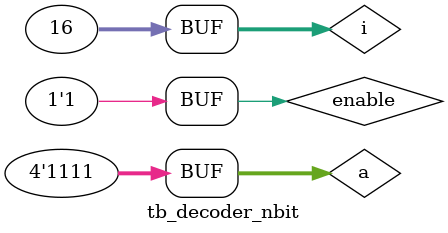
<source format=v>
`timescale 1us/1ns

module tb_decoder_nbit ();
	
	parameter dec_width = 4; 
	reg [dec_width-1:0] a;
	reg enable ;
	wire [2**dec_width-1:0] y;
	
	integer i; 
	
	//DUT instantiate 
	
	decoder_nbit
	#(.N(dec_width))
	DEC1
	(
		.a(a),
		.enable(enable),
		.y(y)
	);
	
	initial begin 
		$monitor ($time, "a = %d, enable = %b, y=%b", a, enable, y);
		#1; a=0; enable = 0;
		for (i = 0; i<2**dec_width; i=i+1) begin 
			#1; a=i; enable = 1;
		end 
	end 
endmodule 	
</source>
